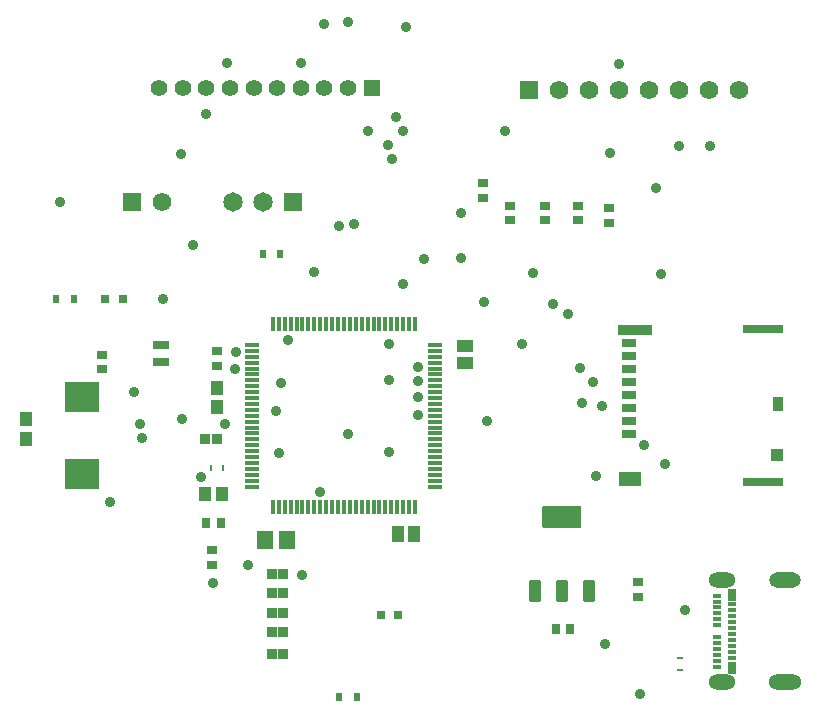
<source format=gts>
%FSTAX23Y23*%
%MOIN*%
%SFA1B1*%

%IPPOS*%
%AMD52*
4,1,8,-0.015800,-0.036400,0.015800,-0.036400,0.019700,-0.032500,0.019700,0.032500,0.015800,0.036400,-0.015800,0.036400,-0.019700,0.032500,-0.019700,-0.032500,-0.015800,-0.036400,0.0*
1,1,0.007840,-0.015800,-0.032500*
1,1,0.007840,0.015800,-0.032500*
1,1,0.007840,0.015800,0.032500*
1,1,0.007840,-0.015800,0.032500*
%
%AMD53*
4,1,8,-0.060900,-0.036400,0.060900,-0.036400,0.065000,-0.032400,0.065000,0.032400,0.060900,0.036400,-0.060900,0.036400,-0.065000,0.032400,-0.065000,-0.032400,-0.060900,-0.036400,0.0*
1,1,0.008080,-0.060900,-0.032400*
1,1,0.008080,0.060900,-0.032400*
1,1,0.008080,0.060900,0.032400*
1,1,0.008080,-0.060900,0.032400*
%
%ADD16R,0.047240X0.011810*%
%ADD17R,0.011810X0.047240*%
%ADD18R,0.118110X0.098430*%
%ADD19R,0.039850X0.045600*%
%ADD20R,0.053390X0.043490*%
%ADD27R,0.031970X0.029850*%
%ADD30R,0.055120X0.029530*%
%ADD31R,0.031500X0.031500*%
%ADD32R,0.010730X0.018600*%
%ADD33R,0.043490X0.053390*%
%ADD34R,0.019680X0.031500*%
%ADD35R,0.029850X0.031970*%
%ADD38R,0.057270X0.061270*%
%ADD41R,0.018600X0.010730*%
%ADD42R,0.040550X0.039370*%
%ADD43R,0.034650X0.045280*%
%ADD44R,0.075980X0.048820*%
%ADD45R,0.133860X0.031500*%
%ADD46R,0.114170X0.037800*%
%ADD47R,0.047240X0.031500*%
%ADD48R,0.031500X0.043310*%
%ADD49R,0.031500X0.015750*%
%ADD50R,0.041340X0.045280*%
%ADD51R,0.033860X0.032280*%
G04~CAMADD=52~8~0.0~0.0~393.7~728.4~39.2~0.0~15~0.0~0.0~0.0~0.0~0~0.0~0.0~0.0~0.0~0~0.0~0.0~0.0~180.0~394.0~728.0*
%ADD52D52*%
G04~CAMADD=53~8~0.0~0.0~1299.2~728.4~40.4~0.0~15~0.0~0.0~0.0~0.0~0~0.0~0.0~0.0~0.0~0~0.0~0.0~0.0~180.0~1300.0~729.0*
%ADD53D53*%
%ADD54R,0.061810X0.061810*%
%ADD55C,0.061810*%
%ADD56O,0.106300X0.051180*%
%ADD57O,0.110240X0.051180*%
%ADD58O,0.090550X0.051180*%
%ADD59C,0.055120*%
%ADD60R,0.055120X0.055120*%
%ADD61R,0.064960X0.064960*%
%ADD62C,0.064960*%
%ADD63C,0.035430*%
%LN5th_year_project-1*%
%LPD*%
G54D16*
X02271Y02359D03*
Y02339D03*
Y0232D03*
Y023D03*
Y0228D03*
Y02261D03*
Y02241D03*
Y02221D03*
Y02201D03*
Y02182D03*
Y02162D03*
Y02142D03*
Y02123D03*
Y02103D03*
Y02083D03*
Y02064D03*
Y02044D03*
Y02024D03*
Y02005D03*
Y01985D03*
Y01965D03*
Y01946D03*
Y01926D03*
Y01906D03*
Y01887D03*
X02881D03*
Y01906D03*
Y01926D03*
Y01946D03*
Y01965D03*
Y01985D03*
Y02005D03*
Y02024D03*
Y02044D03*
Y02064D03*
Y02083D03*
Y02103D03*
Y02123D03*
Y02142D03*
Y02162D03*
Y02182D03*
Y02201D03*
Y02221D03*
Y02241D03*
Y02261D03*
Y0228D03*
Y023D03*
Y0232D03*
Y02339D03*
Y02359D03*
G54D17*
X0234Y01818D03*
X0236D03*
X02379D03*
X02399D03*
X02419D03*
X02438D03*
X02458D03*
X02478D03*
X02497D03*
X02517D03*
X02537D03*
X02556D03*
X02576D03*
X02596D03*
X02615D03*
X02635D03*
X02655D03*
X02675D03*
X02694D03*
X02714D03*
X02734D03*
X02753D03*
X02773D03*
X02793D03*
X02812D03*
Y02428D03*
X02793D03*
X02773D03*
X02753D03*
X02734D03*
X02714D03*
X02694D03*
X02675D03*
X02655D03*
X02635D03*
X02615D03*
X02596D03*
X02576D03*
X02556D03*
X02537D03*
X02517D03*
X02497D03*
X02478D03*
X02458D03*
X02438D03*
X02419D03*
X02399D03*
X02379D03*
X0236D03*
X0234D03*
G54D18*
X01704Y01929D03*
Y02185D03*
G54D19*
X01515Y02111D03*
Y02046D03*
X02153Y02217D03*
Y02152D03*
G54D20*
X0298Y02354D03*
Y02299D03*
G54D27*
X03039Y02849D03*
Y02898D03*
X0346Y02814D03*
Y02765D03*
X03358Y02823D03*
Y02774D03*
X03248Y02823D03*
Y02774D03*
X03129D03*
Y02823D03*
X03555Y01519D03*
Y01569D03*
X01771Y02327D03*
Y02278D03*
X02153Y02339D03*
Y0229D03*
X02137Y01624D03*
Y01674D03*
G54D30*
X01968Y02302D03*
Y02359D03*
G54D31*
X02758Y01459D03*
X02699D03*
X0184Y02511D03*
X01781D03*
G54D32*
X02133Y01948D03*
X02173D03*
G54D33*
X02811Y01728D03*
X02755D03*
G54D34*
X02305Y02661D03*
X02364D03*
X01677Y02511D03*
X01618D03*
X0262Y01185D03*
X02561D03*
G54D35*
X02117Y01767D03*
X02166D03*
X03331Y01413D03*
X03282D03*
G54D38*
X02386Y01708D03*
X02313D03*
G54D41*
X03696Y01275D03*
Y01314D03*
G54D42*
X04019Y01993D03*
G54D43*
X04022Y02161D03*
G54D44*
X03529Y01911D03*
G54D45*
X03972Y01902D03*
Y02412D03*
G54D46*
X03548Y02409D03*
G54D47*
X03528Y02063D03*
Y02107D03*
Y0215D03*
Y02193D03*
Y02237D03*
Y0228D03*
Y02323D03*
Y02366D03*
G54D48*
X03871Y01283D03*
Y01527D03*
G54D49*
X03871Y01316D03*
Y01336D03*
Y01356D03*
Y01375D03*
Y01395D03*
Y01415D03*
Y01435D03*
Y01454D03*
Y01474D03*
Y01494D03*
X0382Y01523D03*
Y01503D03*
Y01484D03*
Y01464D03*
Y01444D03*
Y01425D03*
Y01385D03*
Y01366D03*
Y01346D03*
Y01326D03*
Y01307D03*
Y01287D03*
G54D50*
X02113Y01862D03*
X0217D03*
G54D51*
X02373Y01531D03*
X02335D03*
X02373Y01594D03*
X02335D03*
X02373Y0133D03*
X02335D03*
X02373Y01401D03*
X02335D03*
X02373Y01464D03*
X02335D03*
X02153Y02047D03*
X02114D03*
G54D52*
X03212Y01538D03*
X03303D03*
X03393D03*
G54D53*
X03303Y01784D03*
G54D54*
X03192Y03208D03*
X01871Y02834D03*
G54D55*
X03292Y03208D03*
X03392D03*
X03492D03*
X03592D03*
X03692D03*
X03792D03*
X03892D03*
X01971Y02834D03*
G54D56*
X04047Y01575D03*
G54D57*
X04047Y01235D03*
G54D58*
X03836Y01575D03*
Y01235D03*
G54D59*
X02196Y03216D03*
X02275D03*
X02354D03*
X02433D03*
X02511D03*
X0259D03*
X02118D03*
X02039D03*
X0196D03*
G54D60*
X02669Y03216D03*
G54D61*
X02407Y02834D03*
G54D62*
X02307Y02834D03*
X02207D03*
G54D63*
X01876Y02202D03*
X01898Y02096D03*
X01903Y02049D03*
X02179Y02096D03*
X0235Y0214D03*
X01797Y01837D03*
X02728Y02241D03*
X02824Y02286D03*
Y02238D03*
X02728Y02361D03*
X02824Y02126D03*
Y02184D03*
X03408Y02235D03*
X03562Y01196D03*
X02214Y0228D03*
X02496Y01869D03*
X03575Y02027D03*
X0337Y02165D03*
X03646Y01963D03*
X03272Y02495D03*
X03615Y02881D03*
X03437Y02154D03*
X02217Y02334D03*
X02389Y02376D03*
X02038Y02111D03*
X02101Y0192D03*
X02359Y02D03*
X02842Y02644D03*
X02967Y02799D03*
X02738Y02978D03*
X02773Y03072D03*
X02722Y03027D03*
X02655Y03071D03*
X02783Y03418D03*
X02589Y03436D03*
X02511Y03429D03*
X02432Y03299D03*
X02188Y03298D03*
X02118Y0313D03*
X02365Y02231D03*
X02965Y02648D03*
X03053Y02107D03*
X02437Y01591D03*
X02255Y01625D03*
X02034Y02997D03*
X02072Y02692D03*
X03324Y02461D03*
X03633Y02594D03*
X03462Y02998D03*
X03114Y03073D03*
X02773Y02563D03*
X03692Y03023D03*
X03208Y02598D03*
X03492Y03295D03*
X02751Y03118D03*
X0261Y02763D03*
X03795Y03023D03*
X03043Y02503D03*
X02728Y02003D03*
X03448Y01362D03*
X03362Y02283D03*
X03169Y02362D03*
X01972Y02511D03*
X03417Y01921D03*
X03712Y01476D03*
X0259Y02062D03*
X02559Y02755D03*
X02476Y02602D03*
X01629Y02834D03*
X02141Y01566D03*
M02*
</source>
